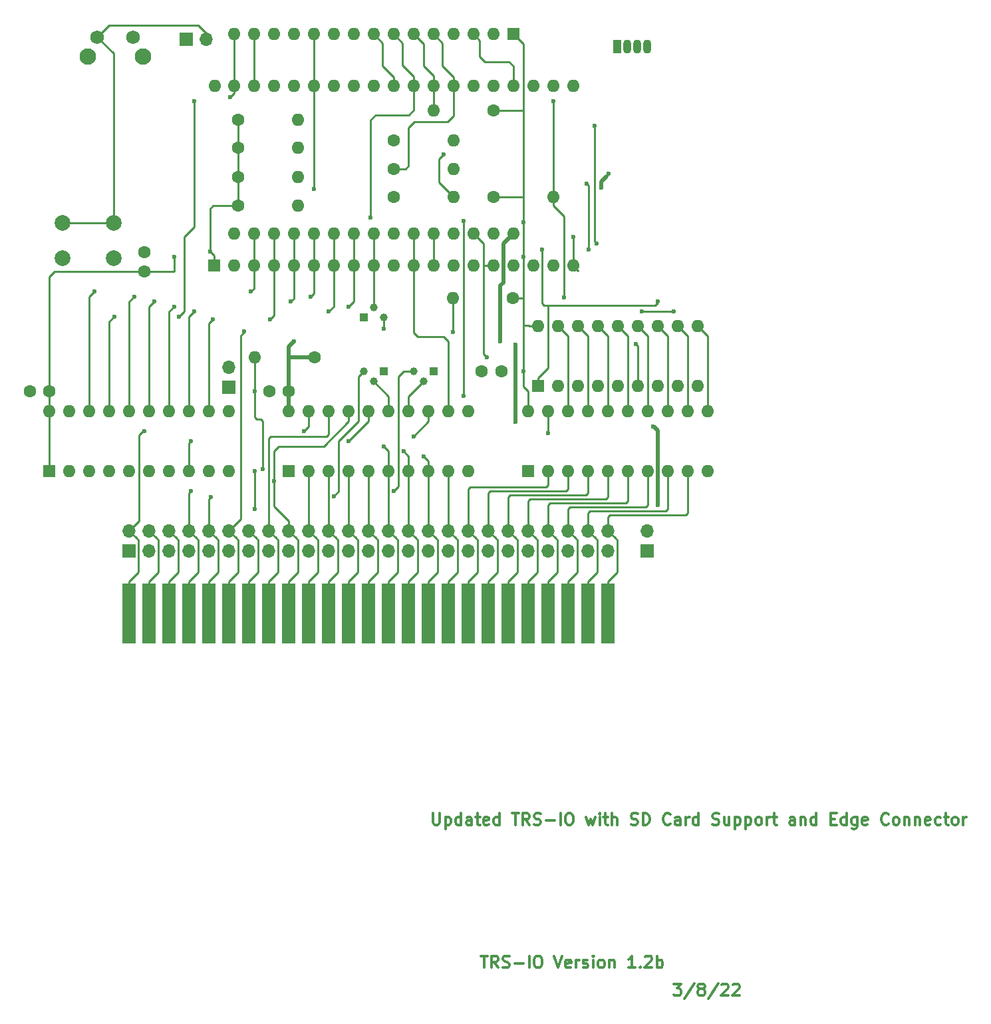
<source format=gbr>
G04 #@! TF.GenerationSoftware,KiCad,Pcbnew,(6.0.2-0)*
G04 #@! TF.CreationDate,2022-03-07T22:02:56-08:00*
G04 #@! TF.ProjectId,TRSIO,54525349-4f2e-46b6-9963-61645f706362,rev?*
G04 #@! TF.SameCoordinates,Original*
G04 #@! TF.FileFunction,Copper,L1,Top*
G04 #@! TF.FilePolarity,Positive*
%FSLAX46Y46*%
G04 Gerber Fmt 4.6, Leading zero omitted, Abs format (unit mm)*
G04 Created by KiCad (PCBNEW (6.0.2-0)) date 2022-03-07 22:02:56*
%MOMM*%
%LPD*%
G01*
G04 APERTURE LIST*
%ADD10C,0.300000*%
G04 #@! TA.AperFunction,NonConductor*
%ADD11C,0.300000*%
G04 #@! TD*
G04 #@! TA.AperFunction,ComponentPad*
%ADD12C,1.600000*%
G04 #@! TD*
G04 #@! TA.AperFunction,ComponentPad*
%ADD13R,1.070000X1.800000*%
G04 #@! TD*
G04 #@! TA.AperFunction,ComponentPad*
%ADD14O,1.070000X1.800000*%
G04 #@! TD*
G04 #@! TA.AperFunction,ComponentPad*
%ADD15R,1.000000X1.000000*%
G04 #@! TD*
G04 #@! TA.AperFunction,ComponentPad*
%ADD16C,1.000000*%
G04 #@! TD*
G04 #@! TA.AperFunction,ComponentPad*
%ADD17O,1.600000X1.600000*%
G04 #@! TD*
G04 #@! TA.AperFunction,ComponentPad*
%ADD18C,2.000000*%
G04 #@! TD*
G04 #@! TA.AperFunction,ComponentPad*
%ADD19R,1.600000X1.600000*%
G04 #@! TD*
G04 #@! TA.AperFunction,ComponentPad*
%ADD20O,1.700000X1.700000*%
G04 #@! TD*
G04 #@! TA.AperFunction,ComponentPad*
%ADD21R,1.700000X1.700000*%
G04 #@! TD*
G04 #@! TA.AperFunction,ComponentPad*
%ADD22C,2.100000*%
G04 #@! TD*
G04 #@! TA.AperFunction,ComponentPad*
%ADD23C,1.750000*%
G04 #@! TD*
G04 #@! TA.AperFunction,ConnectorPad*
%ADD24R,1.778000X7.620000*%
G04 #@! TD*
G04 #@! TA.AperFunction,ViaPad*
%ADD25C,0.600000*%
G04 #@! TD*
G04 #@! TA.AperFunction,Conductor*
%ADD26C,0.250000*%
G04 #@! TD*
G04 #@! TA.AperFunction,Conductor*
%ADD27C,0.500000*%
G04 #@! TD*
G04 APERTURE END LIST*
D10*
D11*
X179622142Y-170501571D02*
X179622142Y-171715857D01*
X179693571Y-171858714D01*
X179765000Y-171930142D01*
X179907857Y-172001571D01*
X180193571Y-172001571D01*
X180336428Y-171930142D01*
X180407857Y-171858714D01*
X180479285Y-171715857D01*
X180479285Y-170501571D01*
X181193571Y-171001571D02*
X181193571Y-172501571D01*
X181193571Y-171073000D02*
X181336428Y-171001571D01*
X181622142Y-171001571D01*
X181765000Y-171073000D01*
X181836428Y-171144428D01*
X181907857Y-171287285D01*
X181907857Y-171715857D01*
X181836428Y-171858714D01*
X181765000Y-171930142D01*
X181622142Y-172001571D01*
X181336428Y-172001571D01*
X181193571Y-171930142D01*
X183193571Y-172001571D02*
X183193571Y-170501571D01*
X183193571Y-171930142D02*
X183050714Y-172001571D01*
X182765000Y-172001571D01*
X182622142Y-171930142D01*
X182550714Y-171858714D01*
X182479285Y-171715857D01*
X182479285Y-171287285D01*
X182550714Y-171144428D01*
X182622142Y-171073000D01*
X182765000Y-171001571D01*
X183050714Y-171001571D01*
X183193571Y-171073000D01*
X184550714Y-172001571D02*
X184550714Y-171215857D01*
X184479285Y-171073000D01*
X184336428Y-171001571D01*
X184050714Y-171001571D01*
X183907857Y-171073000D01*
X184550714Y-171930142D02*
X184407857Y-172001571D01*
X184050714Y-172001571D01*
X183907857Y-171930142D01*
X183836428Y-171787285D01*
X183836428Y-171644428D01*
X183907857Y-171501571D01*
X184050714Y-171430142D01*
X184407857Y-171430142D01*
X184550714Y-171358714D01*
X185050714Y-171001571D02*
X185622142Y-171001571D01*
X185265000Y-170501571D02*
X185265000Y-171787285D01*
X185336428Y-171930142D01*
X185479285Y-172001571D01*
X185622142Y-172001571D01*
X186693571Y-171930142D02*
X186550714Y-172001571D01*
X186265000Y-172001571D01*
X186122142Y-171930142D01*
X186050714Y-171787285D01*
X186050714Y-171215857D01*
X186122142Y-171073000D01*
X186265000Y-171001571D01*
X186550714Y-171001571D01*
X186693571Y-171073000D01*
X186765000Y-171215857D01*
X186765000Y-171358714D01*
X186050714Y-171501571D01*
X188050714Y-172001571D02*
X188050714Y-170501571D01*
X188050714Y-171930142D02*
X187907857Y-172001571D01*
X187622142Y-172001571D01*
X187479285Y-171930142D01*
X187407857Y-171858714D01*
X187336428Y-171715857D01*
X187336428Y-171287285D01*
X187407857Y-171144428D01*
X187479285Y-171073000D01*
X187622142Y-171001571D01*
X187907857Y-171001571D01*
X188050714Y-171073000D01*
X189693571Y-170501571D02*
X190550714Y-170501571D01*
X190122142Y-172001571D02*
X190122142Y-170501571D01*
X191907857Y-172001571D02*
X191407857Y-171287285D01*
X191050714Y-172001571D02*
X191050714Y-170501571D01*
X191622142Y-170501571D01*
X191765000Y-170573000D01*
X191836428Y-170644428D01*
X191907857Y-170787285D01*
X191907857Y-171001571D01*
X191836428Y-171144428D01*
X191765000Y-171215857D01*
X191622142Y-171287285D01*
X191050714Y-171287285D01*
X192479285Y-171930142D02*
X192693571Y-172001571D01*
X193050714Y-172001571D01*
X193193571Y-171930142D01*
X193265000Y-171858714D01*
X193336428Y-171715857D01*
X193336428Y-171573000D01*
X193265000Y-171430142D01*
X193193571Y-171358714D01*
X193050714Y-171287285D01*
X192765000Y-171215857D01*
X192622142Y-171144428D01*
X192550714Y-171073000D01*
X192479285Y-170930142D01*
X192479285Y-170787285D01*
X192550714Y-170644428D01*
X192622142Y-170573000D01*
X192765000Y-170501571D01*
X193122142Y-170501571D01*
X193336428Y-170573000D01*
X193979285Y-171430142D02*
X195122142Y-171430142D01*
X195836428Y-172001571D02*
X195836428Y-170501571D01*
X196836428Y-170501571D02*
X197122142Y-170501571D01*
X197265000Y-170573000D01*
X197407857Y-170715857D01*
X197479285Y-171001571D01*
X197479285Y-171501571D01*
X197407857Y-171787285D01*
X197265000Y-171930142D01*
X197122142Y-172001571D01*
X196836428Y-172001571D01*
X196693571Y-171930142D01*
X196550714Y-171787285D01*
X196479285Y-171501571D01*
X196479285Y-171001571D01*
X196550714Y-170715857D01*
X196693571Y-170573000D01*
X196836428Y-170501571D01*
X199122142Y-171001571D02*
X199407857Y-172001571D01*
X199693571Y-171287285D01*
X199979285Y-172001571D01*
X200265000Y-171001571D01*
X200836428Y-172001571D02*
X200836428Y-171001571D01*
X200836428Y-170501571D02*
X200765000Y-170573000D01*
X200836428Y-170644428D01*
X200907857Y-170573000D01*
X200836428Y-170501571D01*
X200836428Y-170644428D01*
X201336428Y-171001571D02*
X201907857Y-171001571D01*
X201550714Y-170501571D02*
X201550714Y-171787285D01*
X201622142Y-171930142D01*
X201765000Y-172001571D01*
X201907857Y-172001571D01*
X202407857Y-172001571D02*
X202407857Y-170501571D01*
X203050714Y-172001571D02*
X203050714Y-171215857D01*
X202979285Y-171073000D01*
X202836428Y-171001571D01*
X202622142Y-171001571D01*
X202479285Y-171073000D01*
X202407857Y-171144428D01*
X204836428Y-171930142D02*
X205050714Y-172001571D01*
X205407857Y-172001571D01*
X205550714Y-171930142D01*
X205622142Y-171858714D01*
X205693571Y-171715857D01*
X205693571Y-171573000D01*
X205622142Y-171430142D01*
X205550714Y-171358714D01*
X205407857Y-171287285D01*
X205122142Y-171215857D01*
X204979285Y-171144428D01*
X204907857Y-171073000D01*
X204836428Y-170930142D01*
X204836428Y-170787285D01*
X204907857Y-170644428D01*
X204979285Y-170573000D01*
X205122142Y-170501571D01*
X205479285Y-170501571D01*
X205693571Y-170573000D01*
X206336428Y-172001571D02*
X206336428Y-170501571D01*
X206693571Y-170501571D01*
X206907857Y-170573000D01*
X207050714Y-170715857D01*
X207122142Y-170858714D01*
X207193571Y-171144428D01*
X207193571Y-171358714D01*
X207122142Y-171644428D01*
X207050714Y-171787285D01*
X206907857Y-171930142D01*
X206693571Y-172001571D01*
X206336428Y-172001571D01*
X209836428Y-171858714D02*
X209765000Y-171930142D01*
X209550714Y-172001571D01*
X209407857Y-172001571D01*
X209193571Y-171930142D01*
X209050714Y-171787285D01*
X208979285Y-171644428D01*
X208907857Y-171358714D01*
X208907857Y-171144428D01*
X208979285Y-170858714D01*
X209050714Y-170715857D01*
X209193571Y-170573000D01*
X209407857Y-170501571D01*
X209550714Y-170501571D01*
X209765000Y-170573000D01*
X209836428Y-170644428D01*
X211122142Y-172001571D02*
X211122142Y-171215857D01*
X211050714Y-171073000D01*
X210907857Y-171001571D01*
X210622142Y-171001571D01*
X210479285Y-171073000D01*
X211122142Y-171930142D02*
X210979285Y-172001571D01*
X210622142Y-172001571D01*
X210479285Y-171930142D01*
X210407857Y-171787285D01*
X210407857Y-171644428D01*
X210479285Y-171501571D01*
X210622142Y-171430142D01*
X210979285Y-171430142D01*
X211122142Y-171358714D01*
X211836428Y-172001571D02*
X211836428Y-171001571D01*
X211836428Y-171287285D02*
X211907857Y-171144428D01*
X211979285Y-171073000D01*
X212122142Y-171001571D01*
X212265000Y-171001571D01*
X213407857Y-172001571D02*
X213407857Y-170501571D01*
X213407857Y-171930142D02*
X213265000Y-172001571D01*
X212979285Y-172001571D01*
X212836428Y-171930142D01*
X212765000Y-171858714D01*
X212693571Y-171715857D01*
X212693571Y-171287285D01*
X212765000Y-171144428D01*
X212836428Y-171073000D01*
X212979285Y-171001571D01*
X213265000Y-171001571D01*
X213407857Y-171073000D01*
X215193571Y-171930142D02*
X215407857Y-172001571D01*
X215765000Y-172001571D01*
X215907857Y-171930142D01*
X215979285Y-171858714D01*
X216050714Y-171715857D01*
X216050714Y-171573000D01*
X215979285Y-171430142D01*
X215907857Y-171358714D01*
X215765000Y-171287285D01*
X215479285Y-171215857D01*
X215336428Y-171144428D01*
X215265000Y-171073000D01*
X215193571Y-170930142D01*
X215193571Y-170787285D01*
X215265000Y-170644428D01*
X215336428Y-170573000D01*
X215479285Y-170501571D01*
X215836428Y-170501571D01*
X216050714Y-170573000D01*
X217336428Y-171001571D02*
X217336428Y-172001571D01*
X216693571Y-171001571D02*
X216693571Y-171787285D01*
X216765000Y-171930142D01*
X216907857Y-172001571D01*
X217122142Y-172001571D01*
X217265000Y-171930142D01*
X217336428Y-171858714D01*
X218050714Y-171001571D02*
X218050714Y-172501571D01*
X218050714Y-171073000D02*
X218193571Y-171001571D01*
X218479285Y-171001571D01*
X218622142Y-171073000D01*
X218693571Y-171144428D01*
X218765000Y-171287285D01*
X218765000Y-171715857D01*
X218693571Y-171858714D01*
X218622142Y-171930142D01*
X218479285Y-172001571D01*
X218193571Y-172001571D01*
X218050714Y-171930142D01*
X219407857Y-171001571D02*
X219407857Y-172501571D01*
X219407857Y-171073000D02*
X219550714Y-171001571D01*
X219836428Y-171001571D01*
X219979285Y-171073000D01*
X220050714Y-171144428D01*
X220122142Y-171287285D01*
X220122142Y-171715857D01*
X220050714Y-171858714D01*
X219979285Y-171930142D01*
X219836428Y-172001571D01*
X219550714Y-172001571D01*
X219407857Y-171930142D01*
X220979285Y-172001571D02*
X220836428Y-171930142D01*
X220765000Y-171858714D01*
X220693571Y-171715857D01*
X220693571Y-171287285D01*
X220765000Y-171144428D01*
X220836428Y-171073000D01*
X220979285Y-171001571D01*
X221193571Y-171001571D01*
X221336428Y-171073000D01*
X221407857Y-171144428D01*
X221479285Y-171287285D01*
X221479285Y-171715857D01*
X221407857Y-171858714D01*
X221336428Y-171930142D01*
X221193571Y-172001571D01*
X220979285Y-172001571D01*
X222122142Y-172001571D02*
X222122142Y-171001571D01*
X222122142Y-171287285D02*
X222193571Y-171144428D01*
X222265000Y-171073000D01*
X222407857Y-171001571D01*
X222550714Y-171001571D01*
X222836428Y-171001571D02*
X223407857Y-171001571D01*
X223050714Y-170501571D02*
X223050714Y-171787285D01*
X223122142Y-171930142D01*
X223265000Y-172001571D01*
X223407857Y-172001571D01*
X225693571Y-172001571D02*
X225693571Y-171215857D01*
X225622142Y-171073000D01*
X225479285Y-171001571D01*
X225193571Y-171001571D01*
X225050714Y-171073000D01*
X225693571Y-171930142D02*
X225550714Y-172001571D01*
X225193571Y-172001571D01*
X225050714Y-171930142D01*
X224979285Y-171787285D01*
X224979285Y-171644428D01*
X225050714Y-171501571D01*
X225193571Y-171430142D01*
X225550714Y-171430142D01*
X225693571Y-171358714D01*
X226407857Y-171001571D02*
X226407857Y-172001571D01*
X226407857Y-171144428D02*
X226479285Y-171073000D01*
X226622142Y-171001571D01*
X226836428Y-171001571D01*
X226979285Y-171073000D01*
X227050714Y-171215857D01*
X227050714Y-172001571D01*
X228407857Y-172001571D02*
X228407857Y-170501571D01*
X228407857Y-171930142D02*
X228265000Y-172001571D01*
X227979285Y-172001571D01*
X227836428Y-171930142D01*
X227765000Y-171858714D01*
X227693571Y-171715857D01*
X227693571Y-171287285D01*
X227765000Y-171144428D01*
X227836428Y-171073000D01*
X227979285Y-171001571D01*
X228265000Y-171001571D01*
X228407857Y-171073000D01*
X230265000Y-171215857D02*
X230765000Y-171215857D01*
X230979285Y-172001571D02*
X230265000Y-172001571D01*
X230265000Y-170501571D01*
X230979285Y-170501571D01*
X232265000Y-172001571D02*
X232265000Y-170501571D01*
X232265000Y-171930142D02*
X232122142Y-172001571D01*
X231836428Y-172001571D01*
X231693571Y-171930142D01*
X231622142Y-171858714D01*
X231550714Y-171715857D01*
X231550714Y-171287285D01*
X231622142Y-171144428D01*
X231693571Y-171073000D01*
X231836428Y-171001571D01*
X232122142Y-171001571D01*
X232265000Y-171073000D01*
X233622142Y-171001571D02*
X233622142Y-172215857D01*
X233550714Y-172358714D01*
X233479285Y-172430142D01*
X233336428Y-172501571D01*
X233122142Y-172501571D01*
X232979285Y-172430142D01*
X233622142Y-171930142D02*
X233479285Y-172001571D01*
X233193571Y-172001571D01*
X233050714Y-171930142D01*
X232979285Y-171858714D01*
X232907857Y-171715857D01*
X232907857Y-171287285D01*
X232979285Y-171144428D01*
X233050714Y-171073000D01*
X233193571Y-171001571D01*
X233479285Y-171001571D01*
X233622142Y-171073000D01*
X234907857Y-171930142D02*
X234765000Y-172001571D01*
X234479285Y-172001571D01*
X234336428Y-171930142D01*
X234265000Y-171787285D01*
X234265000Y-171215857D01*
X234336428Y-171073000D01*
X234479285Y-171001571D01*
X234765000Y-171001571D01*
X234907857Y-171073000D01*
X234979285Y-171215857D01*
X234979285Y-171358714D01*
X234265000Y-171501571D01*
X237622142Y-171858714D02*
X237550714Y-171930142D01*
X237336428Y-172001571D01*
X237193571Y-172001571D01*
X236979285Y-171930142D01*
X236836428Y-171787285D01*
X236765000Y-171644428D01*
X236693571Y-171358714D01*
X236693571Y-171144428D01*
X236765000Y-170858714D01*
X236836428Y-170715857D01*
X236979285Y-170573000D01*
X237193571Y-170501571D01*
X237336428Y-170501571D01*
X237550714Y-170573000D01*
X237622142Y-170644428D01*
X238479285Y-172001571D02*
X238336428Y-171930142D01*
X238265000Y-171858714D01*
X238193571Y-171715857D01*
X238193571Y-171287285D01*
X238265000Y-171144428D01*
X238336428Y-171073000D01*
X238479285Y-171001571D01*
X238693571Y-171001571D01*
X238836428Y-171073000D01*
X238907857Y-171144428D01*
X238979285Y-171287285D01*
X238979285Y-171715857D01*
X238907857Y-171858714D01*
X238836428Y-171930142D01*
X238693571Y-172001571D01*
X238479285Y-172001571D01*
X239622142Y-171001571D02*
X239622142Y-172001571D01*
X239622142Y-171144428D02*
X239693571Y-171073000D01*
X239836428Y-171001571D01*
X240050714Y-171001571D01*
X240193571Y-171073000D01*
X240265000Y-171215857D01*
X240265000Y-172001571D01*
X240979285Y-171001571D02*
X240979285Y-172001571D01*
X240979285Y-171144428D02*
X241050714Y-171073000D01*
X241193571Y-171001571D01*
X241407857Y-171001571D01*
X241550714Y-171073000D01*
X241622142Y-171215857D01*
X241622142Y-172001571D01*
X242907857Y-171930142D02*
X242765000Y-172001571D01*
X242479285Y-172001571D01*
X242336428Y-171930142D01*
X242265000Y-171787285D01*
X242265000Y-171215857D01*
X242336428Y-171073000D01*
X242479285Y-171001571D01*
X242765000Y-171001571D01*
X242907857Y-171073000D01*
X242979285Y-171215857D01*
X242979285Y-171358714D01*
X242265000Y-171501571D01*
X244265000Y-171930142D02*
X244122142Y-172001571D01*
X243836428Y-172001571D01*
X243693571Y-171930142D01*
X243622142Y-171858714D01*
X243550714Y-171715857D01*
X243550714Y-171287285D01*
X243622142Y-171144428D01*
X243693571Y-171073000D01*
X243836428Y-171001571D01*
X244122142Y-171001571D01*
X244265000Y-171073000D01*
X244693571Y-171001571D02*
X245265000Y-171001571D01*
X244907857Y-170501571D02*
X244907857Y-171787285D01*
X244979285Y-171930142D01*
X245122142Y-172001571D01*
X245265000Y-172001571D01*
X245979285Y-172001571D02*
X245836428Y-171930142D01*
X245765000Y-171858714D01*
X245693571Y-171715857D01*
X245693571Y-171287285D01*
X245765000Y-171144428D01*
X245836428Y-171073000D01*
X245979285Y-171001571D01*
X246193571Y-171001571D01*
X246336428Y-171073000D01*
X246407857Y-171144428D01*
X246479285Y-171287285D01*
X246479285Y-171715857D01*
X246407857Y-171858714D01*
X246336428Y-171930142D01*
X246193571Y-172001571D01*
X245979285Y-172001571D01*
X247122142Y-172001571D02*
X247122142Y-171001571D01*
X247122142Y-171287285D02*
X247193571Y-171144428D01*
X247265000Y-171073000D01*
X247407857Y-171001571D01*
X247550714Y-171001571D01*
D10*
D11*
X210288714Y-192218571D02*
X211217285Y-192218571D01*
X210717285Y-192790000D01*
X210931571Y-192790000D01*
X211074428Y-192861428D01*
X211145857Y-192932857D01*
X211217285Y-193075714D01*
X211217285Y-193432857D01*
X211145857Y-193575714D01*
X211074428Y-193647142D01*
X210931571Y-193718571D01*
X210503000Y-193718571D01*
X210360142Y-193647142D01*
X210288714Y-193575714D01*
X212931571Y-192147142D02*
X211645857Y-194075714D01*
X213645857Y-192861428D02*
X213503000Y-192790000D01*
X213431571Y-192718571D01*
X213360142Y-192575714D01*
X213360142Y-192504285D01*
X213431571Y-192361428D01*
X213503000Y-192290000D01*
X213645857Y-192218571D01*
X213931571Y-192218571D01*
X214074428Y-192290000D01*
X214145857Y-192361428D01*
X214217285Y-192504285D01*
X214217285Y-192575714D01*
X214145857Y-192718571D01*
X214074428Y-192790000D01*
X213931571Y-192861428D01*
X213645857Y-192861428D01*
X213503000Y-192932857D01*
X213431571Y-193004285D01*
X213360142Y-193147142D01*
X213360142Y-193432857D01*
X213431571Y-193575714D01*
X213503000Y-193647142D01*
X213645857Y-193718571D01*
X213931571Y-193718571D01*
X214074428Y-193647142D01*
X214145857Y-193575714D01*
X214217285Y-193432857D01*
X214217285Y-193147142D01*
X214145857Y-193004285D01*
X214074428Y-192932857D01*
X213931571Y-192861428D01*
X215931571Y-192147142D02*
X214645857Y-194075714D01*
X216360142Y-192361428D02*
X216431571Y-192290000D01*
X216574428Y-192218571D01*
X216931571Y-192218571D01*
X217074428Y-192290000D01*
X217145857Y-192361428D01*
X217217285Y-192504285D01*
X217217285Y-192647142D01*
X217145857Y-192861428D01*
X216288714Y-193718571D01*
X217217285Y-193718571D01*
X217788714Y-192361428D02*
X217860142Y-192290000D01*
X218003000Y-192218571D01*
X218360142Y-192218571D01*
X218503000Y-192290000D01*
X218574428Y-192361428D01*
X218645857Y-192504285D01*
X218645857Y-192647142D01*
X218574428Y-192861428D01*
X217717285Y-193718571D01*
X218645857Y-193718571D01*
D10*
D11*
X185715142Y-188662571D02*
X186572285Y-188662571D01*
X186143714Y-190162571D02*
X186143714Y-188662571D01*
X187929428Y-190162571D02*
X187429428Y-189448285D01*
X187072285Y-190162571D02*
X187072285Y-188662571D01*
X187643714Y-188662571D01*
X187786571Y-188734000D01*
X187858000Y-188805428D01*
X187929428Y-188948285D01*
X187929428Y-189162571D01*
X187858000Y-189305428D01*
X187786571Y-189376857D01*
X187643714Y-189448285D01*
X187072285Y-189448285D01*
X188500857Y-190091142D02*
X188715142Y-190162571D01*
X189072285Y-190162571D01*
X189215142Y-190091142D01*
X189286571Y-190019714D01*
X189358000Y-189876857D01*
X189358000Y-189734000D01*
X189286571Y-189591142D01*
X189215142Y-189519714D01*
X189072285Y-189448285D01*
X188786571Y-189376857D01*
X188643714Y-189305428D01*
X188572285Y-189234000D01*
X188500857Y-189091142D01*
X188500857Y-188948285D01*
X188572285Y-188805428D01*
X188643714Y-188734000D01*
X188786571Y-188662571D01*
X189143714Y-188662571D01*
X189358000Y-188734000D01*
X190000857Y-189591142D02*
X191143714Y-189591142D01*
X191858000Y-190162571D02*
X191858000Y-188662571D01*
X192858000Y-188662571D02*
X193143714Y-188662571D01*
X193286571Y-188734000D01*
X193429428Y-188876857D01*
X193500857Y-189162571D01*
X193500857Y-189662571D01*
X193429428Y-189948285D01*
X193286571Y-190091142D01*
X193143714Y-190162571D01*
X192858000Y-190162571D01*
X192715142Y-190091142D01*
X192572285Y-189948285D01*
X192500857Y-189662571D01*
X192500857Y-189162571D01*
X192572285Y-188876857D01*
X192715142Y-188734000D01*
X192858000Y-188662571D01*
X195072285Y-188662571D02*
X195572285Y-190162571D01*
X196072285Y-188662571D01*
X197143714Y-190091142D02*
X197000857Y-190162571D01*
X196715142Y-190162571D01*
X196572285Y-190091142D01*
X196500857Y-189948285D01*
X196500857Y-189376857D01*
X196572285Y-189234000D01*
X196715142Y-189162571D01*
X197000857Y-189162571D01*
X197143714Y-189234000D01*
X197215142Y-189376857D01*
X197215142Y-189519714D01*
X196500857Y-189662571D01*
X197858000Y-190162571D02*
X197858000Y-189162571D01*
X197858000Y-189448285D02*
X197929428Y-189305428D01*
X198000857Y-189234000D01*
X198143714Y-189162571D01*
X198286571Y-189162571D01*
X198715142Y-190091142D02*
X198858000Y-190162571D01*
X199143714Y-190162571D01*
X199286571Y-190091142D01*
X199358000Y-189948285D01*
X199358000Y-189876857D01*
X199286571Y-189734000D01*
X199143714Y-189662571D01*
X198929428Y-189662571D01*
X198786571Y-189591142D01*
X198715142Y-189448285D01*
X198715142Y-189376857D01*
X198786571Y-189234000D01*
X198929428Y-189162571D01*
X199143714Y-189162571D01*
X199286571Y-189234000D01*
X200000857Y-190162571D02*
X200000857Y-189162571D01*
X200000857Y-188662571D02*
X199929428Y-188734000D01*
X200000857Y-188805428D01*
X200072285Y-188734000D01*
X200000857Y-188662571D01*
X200000857Y-188805428D01*
X200929428Y-190162571D02*
X200786571Y-190091142D01*
X200715142Y-190019714D01*
X200643714Y-189876857D01*
X200643714Y-189448285D01*
X200715142Y-189305428D01*
X200786571Y-189234000D01*
X200929428Y-189162571D01*
X201143714Y-189162571D01*
X201286571Y-189234000D01*
X201358000Y-189305428D01*
X201429428Y-189448285D01*
X201429428Y-189876857D01*
X201358000Y-190019714D01*
X201286571Y-190091142D01*
X201143714Y-190162571D01*
X200929428Y-190162571D01*
X202072285Y-189162571D02*
X202072285Y-190162571D01*
X202072285Y-189305428D02*
X202143714Y-189234000D01*
X202286571Y-189162571D01*
X202500857Y-189162571D01*
X202643714Y-189234000D01*
X202715142Y-189376857D01*
X202715142Y-190162571D01*
X205358000Y-190162571D02*
X204500857Y-190162571D01*
X204929428Y-190162571D02*
X204929428Y-188662571D01*
X204786571Y-188876857D01*
X204643714Y-189019714D01*
X204500857Y-189091142D01*
X206000857Y-190019714D02*
X206072285Y-190091142D01*
X206000857Y-190162571D01*
X205929428Y-190091142D01*
X206000857Y-190019714D01*
X206000857Y-190162571D01*
X206643714Y-188805428D02*
X206715142Y-188734000D01*
X206858000Y-188662571D01*
X207215142Y-188662571D01*
X207358000Y-188734000D01*
X207429428Y-188805428D01*
X207500857Y-188948285D01*
X207500857Y-189091142D01*
X207429428Y-189305428D01*
X206572285Y-190162571D01*
X207500857Y-190162571D01*
X208143714Y-190162571D02*
X208143714Y-188662571D01*
X208143714Y-189234000D02*
X208286571Y-189162571D01*
X208572285Y-189162571D01*
X208715142Y-189234000D01*
X208786571Y-189305428D01*
X208858000Y-189448285D01*
X208858000Y-189876857D01*
X208786571Y-190019714D01*
X208715142Y-190091142D01*
X208572285Y-190162571D01*
X208286571Y-190162571D01*
X208143714Y-190091142D01*
D12*
X130810000Y-116840000D03*
X128310000Y-116840000D03*
X161290000Y-116840000D03*
X158790000Y-116840000D03*
X188341000Y-114300000D03*
X185841000Y-114300000D03*
X142875000Y-101600000D03*
X142875000Y-99100000D03*
D13*
X203050000Y-72950000D03*
D14*
X204320000Y-72950000D03*
X205590000Y-72950000D03*
X206860000Y-72950000D03*
D15*
X170815000Y-107442000D03*
D16*
X172085000Y-106172000D03*
X173355000Y-107442000D03*
D15*
X173355000Y-114300000D03*
D16*
X172085000Y-115570000D03*
X170815000Y-114300000D03*
D15*
X179705000Y-114300000D03*
D16*
X178435000Y-115570000D03*
X177165000Y-114300000D03*
D12*
X174625000Y-88519000D03*
D17*
X182245000Y-88519000D03*
D18*
X138961000Y-95377000D03*
X132461000Y-95377000D03*
X138961000Y-99877000D03*
X132461000Y-99877000D03*
D19*
X191770000Y-127000000D03*
D17*
X194310000Y-127000000D03*
X196850000Y-127000000D03*
X199390000Y-127000000D03*
X201930000Y-127000000D03*
X204470000Y-127000000D03*
X207010000Y-127000000D03*
X209550000Y-127000000D03*
X212090000Y-127000000D03*
X214630000Y-127000000D03*
X214630000Y-119380000D03*
X212090000Y-119380000D03*
X209550000Y-119380000D03*
X207010000Y-119380000D03*
X204470000Y-119380000D03*
X201930000Y-119380000D03*
X199390000Y-119380000D03*
X196850000Y-119380000D03*
X194310000Y-119380000D03*
X191770000Y-119380000D03*
D19*
X161290000Y-127000000D03*
D17*
X163830000Y-127000000D03*
X166370000Y-127000000D03*
X168910000Y-127000000D03*
X171450000Y-127000000D03*
X173990000Y-127000000D03*
X176530000Y-127000000D03*
X179070000Y-127000000D03*
X181610000Y-127000000D03*
X184150000Y-127000000D03*
X184150000Y-119380000D03*
X181610000Y-119380000D03*
X179070000Y-119380000D03*
X176530000Y-119380000D03*
X173990000Y-119380000D03*
X171450000Y-119380000D03*
X168910000Y-119380000D03*
X166370000Y-119380000D03*
X163830000Y-119380000D03*
X161290000Y-119380000D03*
D19*
X130810000Y-127000000D03*
D17*
X133350000Y-127000000D03*
X135890000Y-127000000D03*
X138430000Y-127000000D03*
X140970000Y-127000000D03*
X143510000Y-127000000D03*
X146050000Y-127000000D03*
X148590000Y-127000000D03*
X151130000Y-127000000D03*
X153670000Y-127000000D03*
X153670000Y-119380000D03*
X151130000Y-119380000D03*
X148590000Y-119380000D03*
X146050000Y-119380000D03*
X143510000Y-119380000D03*
X140970000Y-119380000D03*
X138430000Y-119380000D03*
X135890000Y-119380000D03*
X133350000Y-119380000D03*
X130810000Y-119380000D03*
D20*
X201930000Y-134620000D03*
X201930000Y-137160000D03*
X199390000Y-134620000D03*
X199390000Y-137160000D03*
X196850000Y-134620000D03*
X196850000Y-137160000D03*
X194310000Y-134620000D03*
X194310000Y-137160000D03*
X191770000Y-134620000D03*
X191770000Y-137160000D03*
X189230000Y-134620000D03*
X189230000Y-137160000D03*
X186690000Y-134620000D03*
X186690000Y-137160000D03*
X184150000Y-134620000D03*
X184150000Y-137160000D03*
X181610000Y-134620000D03*
X181610000Y-137160000D03*
X179070000Y-134620000D03*
X179070000Y-137160000D03*
X176530000Y-134620000D03*
X176530000Y-137160000D03*
X173990000Y-134620000D03*
X173990000Y-137160000D03*
X171450000Y-134620000D03*
X171450000Y-137160000D03*
X168910000Y-134620000D03*
X168910000Y-137160000D03*
X166370000Y-134620000D03*
X166370000Y-137160000D03*
X163830000Y-134620000D03*
X163830000Y-137160000D03*
X161290000Y-134620000D03*
X161290000Y-137160000D03*
X158750000Y-134620000D03*
X158750000Y-137160000D03*
X156210000Y-134620000D03*
X156210000Y-137160000D03*
X153670000Y-134620000D03*
X153670000Y-137160000D03*
X151130000Y-134620000D03*
X151130000Y-137160000D03*
X148590000Y-134620000D03*
X148590000Y-137160000D03*
X146050000Y-134620000D03*
X146050000Y-137160000D03*
X143510000Y-134620000D03*
X143510000Y-137160000D03*
X140970000Y-134620000D03*
D21*
X140970000Y-137160000D03*
D19*
X189865000Y-71374000D03*
D17*
X187325000Y-71374000D03*
X184785000Y-71374000D03*
X182245000Y-71374000D03*
X179705000Y-71374000D03*
X177165000Y-71374000D03*
X174625000Y-71374000D03*
X172085000Y-71374000D03*
X169545000Y-71374000D03*
X167005000Y-71374000D03*
X164465000Y-71374000D03*
X161925000Y-71374000D03*
X159385000Y-71374000D03*
X156845000Y-71374000D03*
X154305000Y-71374000D03*
X154305000Y-96774000D03*
X156845000Y-96774000D03*
X159385000Y-96774000D03*
X161925000Y-96774000D03*
X164465000Y-96774000D03*
X167005000Y-96774000D03*
X169545000Y-96774000D03*
X172085000Y-96774000D03*
X174625000Y-96774000D03*
X177165000Y-96774000D03*
X179705000Y-96774000D03*
X182245000Y-96774000D03*
X184785000Y-96774000D03*
X187325000Y-96774000D03*
X189865000Y-96774000D03*
D19*
X151765000Y-100838000D03*
D17*
X154305000Y-100838000D03*
X156845000Y-100838000D03*
X159385000Y-100838000D03*
X161925000Y-100838000D03*
X164465000Y-100838000D03*
X167005000Y-100838000D03*
X169545000Y-100838000D03*
X172085000Y-100838000D03*
X174625000Y-100838000D03*
X177165000Y-100838000D03*
X179705000Y-100838000D03*
X182245000Y-100838000D03*
X184785000Y-100838000D03*
X187325000Y-100838000D03*
X189865000Y-100838000D03*
X192405000Y-100838000D03*
X194945000Y-100838000D03*
X197485000Y-100838000D03*
X197485000Y-77978000D03*
X194945000Y-77978000D03*
X192405000Y-77978000D03*
X189865000Y-77978000D03*
X187325000Y-77978000D03*
X184785000Y-77978000D03*
X182245000Y-77978000D03*
X179705000Y-77978000D03*
X177165000Y-77978000D03*
X174625000Y-77978000D03*
X172085000Y-77978000D03*
X169545000Y-77978000D03*
X167005000Y-77978000D03*
X164465000Y-77978000D03*
X161925000Y-77978000D03*
X159385000Y-77978000D03*
X156845000Y-77978000D03*
X154305000Y-77978000D03*
X151828500Y-77978000D03*
D21*
X206883000Y-137160000D03*
D20*
X206883000Y-134620000D03*
D21*
X148209000Y-72009000D03*
D20*
X150749000Y-72009000D03*
D22*
X135656000Y-74245000D03*
X142666000Y-74245000D03*
D23*
X136906000Y-71755000D03*
X141406000Y-71755000D03*
D21*
X153670000Y-116332000D03*
D20*
X153670000Y-113792000D03*
D12*
X164592000Y-112522000D03*
D17*
X156972000Y-112522000D03*
D24*
X201866500Y-145097500D03*
X199326500Y-145097500D03*
X196786500Y-145097500D03*
X194246500Y-145097500D03*
X191706500Y-145097500D03*
X189166500Y-145097500D03*
X186626500Y-145097500D03*
X184086500Y-145097500D03*
X181546500Y-145097500D03*
X179006500Y-145097500D03*
X176466500Y-145097500D03*
X173926500Y-145097500D03*
X171386500Y-145097500D03*
X168846500Y-145097500D03*
X166306500Y-145097500D03*
X163766500Y-145097500D03*
X161226500Y-145097500D03*
X158686500Y-145097500D03*
X156146500Y-145097500D03*
X153606500Y-145097500D03*
X151066500Y-145097500D03*
X148526500Y-145097500D03*
X145986500Y-145097500D03*
X143446500Y-145097500D03*
X140906500Y-145097500D03*
D12*
X189801500Y-104965500D03*
D17*
X182181500Y-104965500D03*
D12*
X154813000Y-89535000D03*
D17*
X162433000Y-89535000D03*
D12*
X154813000Y-93218000D03*
D17*
X162433000Y-93218000D03*
D12*
X187325000Y-92075000D03*
D17*
X194945000Y-92075000D03*
D12*
X154813000Y-85852000D03*
D17*
X162433000Y-85852000D03*
D12*
X154813000Y-82232500D03*
D17*
X162433000Y-82232500D03*
D19*
X193040000Y-116141500D03*
D17*
X195580000Y-116141500D03*
X198120000Y-116141500D03*
X200660000Y-116141500D03*
X203200000Y-116141500D03*
X205740000Y-116141500D03*
X208280000Y-116141500D03*
X210820000Y-116141500D03*
X213360000Y-116141500D03*
X213360000Y-108521500D03*
X210820000Y-108521500D03*
X208280000Y-108521500D03*
X205740000Y-108521500D03*
X203200000Y-108521500D03*
X200660000Y-108521500D03*
X198120000Y-108521500D03*
X195580000Y-108521500D03*
X193040000Y-108521500D03*
D12*
X187325000Y-81089500D03*
D17*
X179705000Y-81089500D03*
D12*
X174625000Y-92075000D03*
D17*
X182245000Y-92075000D03*
D12*
X174625000Y-84899500D03*
D17*
X182245000Y-84899500D03*
D25*
X146685000Y-99695000D03*
X191135000Y-95313500D03*
X191135000Y-99695000D03*
X191135000Y-114300000D03*
X151257000Y-99060000D03*
X156972000Y-131826000D03*
X201041000Y-90932000D03*
X201993500Y-89154000D03*
X156972000Y-127000000D03*
X178435000Y-125095000D03*
X175895000Y-124460000D03*
X173355000Y-123825000D03*
X157988000Y-126746000D03*
X156972000Y-116840000D03*
X164465000Y-91059000D03*
X161544000Y-105410000D03*
X144145000Y-105410000D03*
X164084000Y-104775000D03*
X141605000Y-104775000D03*
X166370000Y-106680000D03*
X149225000Y-106680000D03*
X168910000Y-106045000D03*
X146685000Y-106045000D03*
X136525000Y-104140000D03*
X156464000Y-104140000D03*
X190119000Y-110871000D03*
X188214000Y-110490000D03*
X208280000Y-131318000D03*
X190119000Y-120713500D03*
X197485000Y-97155000D03*
X161925000Y-110490000D03*
X207645000Y-121285000D03*
X151638000Y-107696000D03*
X158877000Y-107696000D03*
X163195000Y-121920000D03*
X142875000Y-121920000D03*
X174625000Y-129540000D03*
X148844000Y-129540000D03*
X151384000Y-130302000D03*
X167005000Y-130175000D03*
X155575000Y-109220000D03*
X173355000Y-108839000D03*
X159385000Y-128270000D03*
X199199500Y-90360500D03*
X199453500Y-98806000D03*
X200215500Y-82994500D03*
X200469500Y-97980500D03*
X186499500Y-112522000D03*
X208216500Y-105410000D03*
X193548000Y-98806000D03*
X183515000Y-117411500D03*
X183550000Y-95100000D03*
X171692000Y-94742000D03*
X182181500Y-109283500D03*
X205486000Y-110807500D03*
X210248500Y-106680000D03*
X196278500Y-104902000D03*
X194945000Y-79883000D03*
X206184500Y-106680000D03*
X149225000Y-79883000D03*
X147320000Y-107315000D03*
X153797000Y-79375000D03*
X139065000Y-107315000D03*
X194310000Y-122174000D03*
X177165000Y-122555000D03*
X168910000Y-123190000D03*
X148844000Y-123190000D03*
X180975000Y-86677500D03*
D26*
X131445000Y-101600000D02*
X130810000Y-102235000D01*
X130810000Y-102235000D02*
X130810000Y-116840000D01*
X151765000Y-99568000D02*
X151257000Y-99060000D01*
X191135000Y-116205000D02*
X191770000Y-116840000D01*
X191135000Y-72644000D02*
X189865000Y-71374000D01*
X191135000Y-114300000D02*
X191135000Y-116205000D01*
X191135000Y-99695000D02*
X191135000Y-95313500D01*
X187325000Y-92075000D02*
X191135000Y-92075000D01*
X187325000Y-81089500D02*
X188456370Y-81089500D01*
X191135000Y-92075000D02*
X191135000Y-81089500D01*
X151765000Y-100838000D02*
X151765000Y-99568000D01*
X151257000Y-93599000D02*
X151638000Y-93218000D01*
X151638000Y-93218000D02*
X154813000Y-93218000D01*
X146685000Y-101600000D02*
X146685000Y-99695000D01*
X130810000Y-119380000D02*
X130810000Y-127000000D01*
X191135000Y-114300000D02*
X191135000Y-114300000D01*
X188456370Y-81089500D02*
X191135000Y-81089500D01*
X154813000Y-83363870D02*
X154813000Y-85852000D01*
X142875000Y-101600000D02*
X131445000Y-101600000D01*
X154813000Y-82232500D02*
X154813000Y-83363870D01*
X191135000Y-109220000D02*
X191135000Y-114300000D01*
X130810000Y-116840000D02*
X130810000Y-119380000D01*
X191135000Y-81089500D02*
X191135000Y-72644000D01*
X191135000Y-99695000D02*
X191135000Y-104965500D01*
X146685000Y-101600000D02*
X142875000Y-101600000D01*
X154813000Y-89535000D02*
X154813000Y-93218000D01*
X191135000Y-95313500D02*
X191135000Y-92075000D01*
X154813000Y-85852000D02*
X154813000Y-86983370D01*
X189801500Y-104965500D02*
X191135000Y-104965500D01*
X191770000Y-116840000D02*
X191770000Y-119380000D01*
X191135000Y-104965500D02*
X191135000Y-108458000D01*
X193040000Y-108521500D02*
X191908630Y-108521500D01*
X151257000Y-99060000D02*
X151257000Y-93599000D01*
X191908630Y-108521500D02*
X191845130Y-108458000D01*
X154813000Y-86983370D02*
X154813000Y-89535000D01*
X191135000Y-108458000D02*
X191135000Y-109220000D01*
X191845130Y-108458000D02*
X191135000Y-108458000D01*
X156972000Y-127000000D02*
X156972000Y-131826000D01*
X201993500Y-89154000D02*
X201693501Y-89453999D01*
D27*
X201041000Y-90106500D02*
X201041000Y-90932000D01*
X201693501Y-89453999D02*
X201041000Y-90106500D01*
D26*
X182459999Y-135469999D02*
X181610000Y-134620000D01*
X182785001Y-135795001D02*
X182459999Y-135469999D01*
X181546500Y-145097500D02*
X181546500Y-141037500D01*
X182785001Y-139798999D02*
X182785001Y-135795001D01*
X181610000Y-127000000D02*
X181610000Y-134620000D01*
X181546500Y-141037500D02*
X182785001Y-139798999D01*
X179070000Y-125730000D02*
X178435000Y-125095000D01*
X179006500Y-145097500D02*
X179006500Y-141037500D01*
X180245001Y-135795001D02*
X179919999Y-135469999D01*
X179070000Y-127000000D02*
X179070000Y-125730000D01*
X179006500Y-141037500D02*
X180245001Y-139798999D01*
X179070000Y-127000000D02*
X179070000Y-134620000D01*
X179919999Y-135469999D02*
X179070000Y-134620000D01*
X180245001Y-139798999D02*
X180245001Y-135795001D01*
X176530000Y-125095000D02*
X175895000Y-124460000D01*
X177379999Y-135469999D02*
X176530000Y-134620000D01*
X176530000Y-127000000D02*
X176530000Y-134620000D01*
X176530000Y-125095000D02*
X176530000Y-127000000D01*
X176466500Y-145097500D02*
X176466500Y-141037500D01*
X177705001Y-139798999D02*
X177705001Y-135795001D01*
X176466500Y-141037500D02*
X177705001Y-139798999D01*
X177705001Y-135795001D02*
X177379999Y-135469999D01*
X173990000Y-124460000D02*
X173355000Y-123825000D01*
X174839999Y-135469999D02*
X173990000Y-134620000D01*
X173926500Y-145097500D02*
X173926500Y-141037500D01*
X175165001Y-139798999D02*
X175165001Y-135795001D01*
X173990000Y-124460000D02*
X173990000Y-127000000D01*
X175165001Y-135795001D02*
X174839999Y-135469999D01*
X173926500Y-141037500D02*
X175165001Y-139798999D01*
X173990000Y-127000000D02*
X173990000Y-134620000D01*
X157988000Y-126746000D02*
X157988000Y-121158000D01*
X157988000Y-120650000D02*
X157734000Y-120396000D01*
X157734000Y-120396000D02*
X157226000Y-120396000D01*
X157226000Y-120396000D02*
X156972000Y-120142000D01*
X156972000Y-120142000D02*
X156972000Y-116840000D01*
X157988000Y-121158000D02*
X157988000Y-120650000D01*
X156972000Y-112522000D02*
X156972000Y-116840000D01*
X172085000Y-96774000D02*
X172085000Y-100838000D01*
X172085000Y-100838000D02*
X172085000Y-106172000D01*
X173228000Y-75438000D02*
X173228000Y-72517000D01*
X173228000Y-72517000D02*
X172085000Y-71374000D01*
X174625000Y-77978000D02*
X174625000Y-76835000D01*
X174625000Y-76835000D02*
X173228000Y-75438000D01*
X180848000Y-75438000D02*
X180848000Y-72517000D01*
X180848000Y-72517000D02*
X179705000Y-71374000D01*
X176149000Y-88519000D02*
X174625000Y-88519000D01*
X182245000Y-77978000D02*
X182245000Y-81788000D01*
X182245000Y-76835000D02*
X180848000Y-75438000D01*
X182245000Y-77978000D02*
X182245000Y-76835000D01*
X182245000Y-81788000D02*
X181483000Y-82550000D01*
X177292000Y-82550000D02*
X176530000Y-83312000D01*
X176530000Y-83312000D02*
X176530000Y-88138000D01*
X176530000Y-88138000D02*
X176149000Y-88519000D01*
X181483000Y-82550000D02*
X177292000Y-82550000D01*
X164465000Y-91059000D02*
X164465000Y-89916000D01*
X164465000Y-89916000D02*
X164465000Y-90043000D01*
X164465000Y-71374000D02*
X164465000Y-77978000D01*
X164465000Y-77978000D02*
X164465000Y-89916000D01*
X173990000Y-117475000D02*
X173990000Y-119380000D01*
X172085000Y-115570000D02*
X173990000Y-117475000D01*
X143510000Y-106045000D02*
X144145000Y-105410000D01*
X161925000Y-105029000D02*
X161544000Y-105410000D01*
X161925000Y-96774000D02*
X161925000Y-100838000D01*
X161925000Y-100838000D02*
X161925000Y-105029000D01*
X143510000Y-119380000D02*
X143510000Y-106045000D01*
X140970000Y-105410000D02*
X141605000Y-104775000D01*
X164465000Y-104394000D02*
X164084000Y-104775000D01*
X164465000Y-100838000D02*
X164465000Y-104394000D01*
X164465000Y-96774000D02*
X164465000Y-100838000D01*
X140970000Y-119380000D02*
X140970000Y-105410000D01*
X167005000Y-106045000D02*
X166370000Y-106680000D01*
X148590000Y-107315000D02*
X148590000Y-119380000D01*
X167005000Y-96774000D02*
X167005000Y-100838000D01*
X167005000Y-100838000D02*
X167005000Y-106045000D01*
X148590000Y-107315000D02*
X149225000Y-106680000D01*
X146050000Y-106680000D02*
X146685000Y-106045000D01*
X169545000Y-105410000D02*
X168910000Y-106045000D01*
X169545000Y-96774000D02*
X169545000Y-100838000D01*
X169545000Y-100838000D02*
X169545000Y-105410000D01*
X146050000Y-106680000D02*
X146050000Y-119380000D01*
X176530000Y-117475000D02*
X176530000Y-119380000D01*
X178435000Y-115570000D02*
X176530000Y-117475000D01*
X135890000Y-104775000D02*
X136525000Y-104140000D01*
X156845000Y-103759000D02*
X156464000Y-104140000D01*
X135890000Y-104775000D02*
X135890000Y-119380000D01*
X156845000Y-96774000D02*
X156845000Y-100838000D01*
X156845000Y-100838000D02*
X156845000Y-103759000D01*
D27*
X161290000Y-111125000D02*
X161925000Y-110490000D01*
D26*
X197485000Y-97155000D02*
X197485000Y-100838000D01*
X197485000Y-100838000D02*
X198120000Y-101473000D01*
D27*
X208280000Y-131318000D02*
X208280000Y-121793000D01*
X208280000Y-121793000D02*
X207772000Y-121285000D01*
D26*
X207772000Y-121285000D02*
X207645000Y-121285000D01*
D27*
X161290000Y-112522000D02*
X161290000Y-111125000D01*
D26*
X190119000Y-110871000D02*
X190119000Y-110871000D01*
D27*
X190119000Y-120713500D02*
X190119000Y-110871000D01*
X161290000Y-116840000D02*
X161290000Y-119380000D01*
X164592000Y-112522000D02*
X161290000Y-112522000D01*
X161290000Y-116840000D02*
X161290000Y-112522000D01*
D26*
X190119000Y-120713500D02*
X190119000Y-120713500D01*
D27*
X188595000Y-98044000D02*
X188595000Y-102997000D01*
X189865000Y-96774000D02*
X188595000Y-98044000D01*
X188214000Y-103378000D02*
X188595000Y-102997000D01*
X188214000Y-110490000D02*
X188214000Y-103378000D01*
D26*
X138961000Y-89916000D02*
X138961000Y-89893000D01*
X140462000Y-70231000D02*
X140589000Y-70231000D01*
X149733000Y-70231000D02*
X150749000Y-71247000D01*
X150749000Y-71247000D02*
X150749000Y-72009000D01*
X140589000Y-70231000D02*
X149733000Y-70231000D01*
X138430000Y-70231000D02*
X136906000Y-71755000D01*
X138961000Y-76454000D02*
X138961000Y-76431000D01*
X138961000Y-73810000D02*
X136906000Y-71755000D01*
X132461000Y-95377000D02*
X138961000Y-95377000D01*
X156845000Y-71374000D02*
X156845000Y-77978000D01*
X138961000Y-95377000D02*
X138961000Y-89916000D01*
X138961000Y-89916000D02*
X138961000Y-76454000D01*
X138961000Y-76454000D02*
X138961000Y-73810000D01*
X140589000Y-70231000D02*
X138430000Y-70231000D01*
X151130000Y-108204000D02*
X151638000Y-107696000D01*
X159385000Y-107188000D02*
X158877000Y-107696000D01*
X159385000Y-96774000D02*
X159385000Y-100838000D01*
X159385000Y-107188000D02*
X159385000Y-100838000D01*
X151130000Y-119380000D02*
X151130000Y-108204000D01*
X163195000Y-121920000D02*
X163830000Y-121285000D01*
X163830000Y-121285000D02*
X163830000Y-120650000D01*
X142748000Y-121920000D02*
X142240000Y-122428000D01*
X142240000Y-122428000D02*
X142240000Y-133350000D01*
X142240000Y-133350000D02*
X140970000Y-134620000D01*
X163830000Y-119380000D02*
X163830000Y-120650000D01*
X140906500Y-141037500D02*
X142145001Y-139798999D01*
X141819999Y-135469999D02*
X140970000Y-134620000D01*
X142145001Y-139798999D02*
X142145001Y-135795001D01*
X142875000Y-121920000D02*
X142748000Y-121920000D01*
X140906500Y-145097500D02*
X140906500Y-141037500D01*
X142145001Y-135795001D02*
X141819999Y-135469999D01*
X144685001Y-135795001D02*
X144359999Y-135469999D01*
X144685001Y-139798999D02*
X144685001Y-135795001D01*
X144359999Y-135469999D02*
X143510000Y-134620000D01*
X143446500Y-145097500D02*
X143446500Y-141037500D01*
X143446500Y-141037500D02*
X144685001Y-139798999D01*
X145986500Y-141037500D02*
X147225001Y-139798999D01*
X147225001Y-135795001D02*
X146899999Y-135469999D01*
X145986500Y-145097500D02*
X145986500Y-141037500D01*
X146899999Y-135469999D02*
X146050000Y-134620000D01*
X147225001Y-139798999D02*
X147225001Y-135795001D01*
X174625000Y-129540000D02*
X175260000Y-128905000D01*
X175260000Y-128905000D02*
X175260000Y-114935000D01*
X175260000Y-114935000D02*
X175895000Y-114300000D01*
X175895000Y-114300000D02*
X177165000Y-114300000D01*
X148844000Y-129540000D02*
X148590000Y-129794000D01*
X148590000Y-129794000D02*
X148590000Y-134620000D01*
X148526500Y-141037500D02*
X149765001Y-139798999D01*
X149439999Y-135469999D02*
X148590000Y-134620000D01*
X149765001Y-139798999D02*
X149765001Y-135795001D01*
X149765001Y-135795001D02*
X149439999Y-135469999D01*
X148526500Y-145097500D02*
X148526500Y-141037500D01*
X167005000Y-130175000D02*
X167640000Y-129540000D01*
X167640000Y-129540000D02*
X167640000Y-123190000D01*
X167640000Y-123190000D02*
X170180000Y-120650000D01*
X170180000Y-120650000D02*
X170180000Y-114935000D01*
X170180000Y-114935000D02*
X170815000Y-114300000D01*
X151384000Y-130302000D02*
X151130000Y-130556000D01*
X151130000Y-130556000D02*
X151130000Y-134620000D01*
X152305001Y-135795001D02*
X151979999Y-135469999D01*
X151066500Y-145097500D02*
X151066500Y-141037500D01*
X152305001Y-139798999D02*
X152305001Y-135795001D01*
X151979999Y-135469999D02*
X151130000Y-134620000D01*
X151066500Y-141037500D02*
X152305001Y-139798999D01*
X155575000Y-109347000D02*
X155194000Y-109728000D01*
X155194000Y-109728000D02*
X155194000Y-133096000D01*
X153670000Y-134620000D02*
X155194000Y-133096000D01*
X173355000Y-108839000D02*
X173355000Y-107442000D01*
X155575000Y-109220000D02*
X155575000Y-109347000D01*
X154845001Y-135795001D02*
X154519999Y-135469999D01*
X154845001Y-139798999D02*
X154845001Y-135795001D01*
X154519999Y-135469999D02*
X153670000Y-134620000D01*
X153606500Y-145097500D02*
X153606500Y-141037500D01*
X153606500Y-141037500D02*
X154845001Y-139798999D01*
X156146500Y-141037500D02*
X157385001Y-139798999D01*
X156146500Y-145097500D02*
X156146500Y-141037500D01*
X157385001Y-139798999D02*
X157385001Y-135795001D01*
X157385001Y-135795001D02*
X157059999Y-135469999D01*
X157059999Y-135469999D02*
X156210000Y-134620000D01*
X166370000Y-122301000D02*
X166116000Y-122555000D01*
X166116000Y-122555000D02*
X159004000Y-122555000D01*
X159004000Y-122555000D02*
X158750000Y-122809000D01*
X158750000Y-122809000D02*
X158750000Y-134620000D01*
X159925001Y-139798999D02*
X159925001Y-135795001D01*
X159599999Y-135469999D02*
X158750000Y-134620000D01*
X166370000Y-119380000D02*
X166370000Y-122301000D01*
X158686500Y-141037500D02*
X159925001Y-139798999D01*
X159925001Y-135795001D02*
X159599999Y-135469999D01*
X158686500Y-145097500D02*
X158686500Y-141037500D01*
X168910000Y-120650000D02*
X165735000Y-123825000D01*
X165735000Y-123825000D02*
X160020000Y-123825000D01*
X160020000Y-123825000D02*
X159385000Y-124460000D01*
X159385000Y-124460000D02*
X159385000Y-128270000D01*
X159385000Y-129540000D02*
X159385000Y-131445000D01*
X159385000Y-128270000D02*
X159385000Y-129540000D01*
X161290000Y-133350000D02*
X159385000Y-131445000D01*
X162465001Y-139798999D02*
X162465001Y-135795001D01*
X161226500Y-141037500D02*
X162465001Y-139798999D01*
X161226500Y-145097500D02*
X161226500Y-141037500D01*
X162139999Y-135469999D02*
X161290000Y-134620000D01*
X161290000Y-134620000D02*
X161290000Y-133350000D01*
X168910000Y-119380000D02*
X168910000Y-120650000D01*
X162465001Y-135795001D02*
X162139999Y-135469999D01*
X163766500Y-141037500D02*
X165005001Y-139798999D01*
X165005001Y-135795001D02*
X164679999Y-135469999D01*
X165005001Y-139798999D02*
X165005001Y-135795001D01*
X163830000Y-127000000D02*
X163830000Y-134620000D01*
X164679999Y-135469999D02*
X163830000Y-134620000D01*
X163766500Y-145097500D02*
X163766500Y-141037500D01*
X167545001Y-135795001D02*
X167219999Y-135469999D01*
X167545001Y-139798999D02*
X167545001Y-135795001D01*
X167219999Y-135469999D02*
X166370000Y-134620000D01*
X166306500Y-145097500D02*
X166306500Y-141037500D01*
X166370000Y-127000000D02*
X166370000Y-134620000D01*
X166306500Y-141037500D02*
X167545001Y-139798999D01*
X168910000Y-127000000D02*
X168910000Y-134620000D01*
X169759999Y-135469999D02*
X168910000Y-134620000D01*
X170085001Y-139798999D02*
X170085001Y-135795001D01*
X170085001Y-135795001D02*
X169759999Y-135469999D01*
X168846500Y-145097500D02*
X168846500Y-141037500D01*
X168846500Y-141037500D02*
X170085001Y-139798999D01*
X172625001Y-139798999D02*
X172625001Y-135795001D01*
X172299999Y-135469999D02*
X171450000Y-134620000D01*
X171386500Y-141037500D02*
X172625001Y-139798999D01*
X171386500Y-145097500D02*
X171386500Y-141037500D01*
X171450000Y-127000000D02*
X171450000Y-134620000D01*
X172625001Y-135795001D02*
X172299999Y-135469999D01*
X193294000Y-129032000D02*
X184404000Y-129032000D01*
X184404000Y-129032000D02*
X184150000Y-129286000D01*
X184150000Y-134620000D02*
X184150000Y-129286000D01*
X194310000Y-128778000D02*
X194056000Y-129032000D01*
X194056000Y-129032000D02*
X193294000Y-129032000D01*
X185325001Y-139798999D02*
X185325001Y-135795001D01*
X194310000Y-128016000D02*
X194310000Y-127000000D01*
X194310000Y-128016000D02*
X194310000Y-128778000D01*
X185325001Y-135795001D02*
X184999999Y-135469999D01*
X184999999Y-135469999D02*
X184150000Y-134620000D01*
X184086500Y-141037500D02*
X185325001Y-139798999D01*
X184086500Y-145097500D02*
X184086500Y-141037500D01*
X196342000Y-129540000D02*
X186944000Y-129540000D01*
X186944000Y-129540000D02*
X186690000Y-129794000D01*
X186690000Y-134620000D02*
X186690000Y-129794000D01*
X196596000Y-129540000D02*
X196850000Y-129286000D01*
X196850000Y-129286000D02*
X196850000Y-129032000D01*
X186626500Y-141037500D02*
X187865001Y-139798999D01*
X187865001Y-135795001D02*
X187539999Y-135469999D01*
X186626500Y-145097500D02*
X186626500Y-141037500D01*
X196342000Y-129540000D02*
X196596000Y-129540000D01*
X187539999Y-135469999D02*
X186690000Y-134620000D01*
X187865001Y-139798999D02*
X187865001Y-135795001D01*
X196850000Y-129032000D02*
X196850000Y-127000000D01*
X189230000Y-130244002D02*
X189426002Y-130048000D01*
X189426002Y-130048000D02*
X199136000Y-130048000D01*
X199136000Y-130048000D02*
X199390000Y-129794000D01*
X199390000Y-129794000D02*
X199390000Y-127000000D01*
X189166500Y-145097500D02*
X189166500Y-141037500D01*
X190405001Y-139798999D02*
X190405001Y-135795001D01*
X190079999Y-135469999D02*
X189230000Y-134620000D01*
X190405001Y-135795001D02*
X190079999Y-135469999D01*
X189230000Y-134620000D02*
X189230000Y-130244002D01*
X189166500Y-141037500D02*
X190405001Y-139798999D01*
X191770000Y-130752002D02*
X191966002Y-130556000D01*
X191966002Y-130556000D02*
X201676000Y-130556000D01*
X201676000Y-130556000D02*
X201930000Y-130302000D01*
X201930000Y-130302000D02*
X201930000Y-127000000D01*
X191706500Y-141037500D02*
X192945001Y-139798999D01*
X191770000Y-134620000D02*
X191770000Y-130752002D01*
X192945001Y-135795001D02*
X192619999Y-135469999D01*
X191706500Y-145097500D02*
X191706500Y-141037500D01*
X192619999Y-135469999D02*
X191770000Y-134620000D01*
X192945001Y-139798999D02*
X192945001Y-135795001D01*
X194310000Y-131260002D02*
X194506002Y-131064000D01*
X194506002Y-131064000D02*
X204216000Y-131064000D01*
X204216000Y-131064000D02*
X204470000Y-130810000D01*
X204470000Y-130810000D02*
X204470000Y-127000000D01*
X194246500Y-145097500D02*
X194246500Y-141037500D01*
X195159999Y-135469999D02*
X194310000Y-134620000D01*
X194246500Y-141037500D02*
X195485001Y-139798999D01*
X195485001Y-135795001D02*
X195159999Y-135469999D01*
X194310000Y-134620000D02*
X194310000Y-131260002D01*
X195485001Y-139798999D02*
X195485001Y-135795001D01*
X196850000Y-131768002D02*
X197046002Y-131572000D01*
X197046002Y-131572000D02*
X206756000Y-131572000D01*
X206756000Y-131572000D02*
X207010000Y-131318000D01*
X207010000Y-131318000D02*
X207010000Y-127000000D01*
X196786500Y-145097500D02*
X196786500Y-141037500D01*
X197699999Y-135469999D02*
X196850000Y-134620000D01*
X198025001Y-135795001D02*
X197699999Y-135469999D01*
X198025001Y-139798999D02*
X198025001Y-135795001D01*
X196850000Y-134620000D02*
X196850000Y-131768002D01*
X196786500Y-141037500D02*
X198025001Y-139798999D01*
X199390000Y-132276002D02*
X199586002Y-132080000D01*
X199586002Y-132080000D02*
X209296000Y-132080000D01*
X209296000Y-132080000D02*
X209550000Y-131826000D01*
X209550000Y-131826000D02*
X209550000Y-127000000D01*
X199326500Y-145097500D02*
X199326500Y-141037500D01*
X199326500Y-141037500D02*
X200565001Y-139798999D01*
X200565001Y-135795001D02*
X200239999Y-135469999D01*
X199390000Y-134620000D02*
X199390000Y-132276002D01*
X200565001Y-139798999D02*
X200565001Y-135795001D01*
X200239999Y-135469999D02*
X199390000Y-134620000D01*
X201930000Y-132784002D02*
X202126002Y-132588000D01*
X202126002Y-132588000D02*
X211836000Y-132588000D01*
X211836000Y-132588000D02*
X212090000Y-132334000D01*
X212090000Y-132334000D02*
X212090000Y-127000000D01*
X201866500Y-145097500D02*
X201866500Y-141037500D01*
X201930000Y-134620000D02*
X201930000Y-132784002D01*
X203105001Y-139798999D02*
X203105001Y-135795001D01*
X202779999Y-135469999D02*
X201930000Y-134620000D01*
X201866500Y-141037500D02*
X203105001Y-139798999D01*
X203105001Y-135795001D02*
X202779999Y-135469999D01*
X199453500Y-98806000D02*
X199453500Y-91186000D01*
X199453500Y-90614500D02*
X199199500Y-90360500D01*
X199453500Y-90868500D02*
X199453500Y-90614500D01*
X199453500Y-91186000D02*
X199453500Y-90868500D01*
X179705000Y-76708000D02*
X178435000Y-75438000D01*
X178435000Y-75438000D02*
X178435000Y-72644000D01*
X178435000Y-72644000D02*
X177165000Y-71374000D01*
X179705000Y-76771500D02*
X179705000Y-76708000D01*
X179705000Y-77978000D02*
X179705000Y-76771500D01*
X179705000Y-77978000D02*
X179705000Y-81089500D01*
X200215500Y-82994500D02*
X200215500Y-97726500D01*
X200215500Y-97726500D02*
X200469500Y-97980500D01*
X186499500Y-112522000D02*
X186499500Y-112522000D01*
X186055000Y-100901500D02*
X186055000Y-112077500D01*
X186055000Y-98044000D02*
X186055000Y-100901500D01*
X184785000Y-96774000D02*
X186055000Y-98044000D01*
X187325000Y-100838000D02*
X186118500Y-100838000D01*
X186055000Y-112077500D02*
X186499500Y-112522000D01*
X187325000Y-100838000D02*
X187325000Y-100203000D01*
X186118500Y-100838000D02*
X186055000Y-100901500D01*
X179705000Y-97905370D02*
X179705000Y-100838000D01*
X193040000Y-115091500D02*
X194310000Y-113821500D01*
X207899000Y-105854500D02*
X194310000Y-105854500D01*
X208216500Y-105537000D02*
X207899000Y-105854500D01*
X193802000Y-105854500D02*
X193548000Y-105600500D01*
X194310000Y-113821500D02*
X194310000Y-106362500D01*
X208216500Y-105410000D02*
X208216500Y-105537000D01*
X194310000Y-105854500D02*
X193802000Y-105854500D01*
X179705000Y-96774000D02*
X179705000Y-97905370D01*
X193040000Y-116141500D02*
X193040000Y-115091500D01*
X194310000Y-106362500D02*
X194310000Y-105854500D01*
X193548000Y-105600500D02*
X193548000Y-98806000D01*
X176550000Y-81650000D02*
X172350000Y-81650000D01*
X177165000Y-77978000D02*
X177165000Y-81035000D01*
X175750000Y-75350000D02*
X177165000Y-76765000D01*
X183550000Y-98009000D02*
X183515000Y-98044000D01*
X175750000Y-72499000D02*
X175750000Y-75350000D01*
X177165000Y-76765000D02*
X177165000Y-77978000D01*
X183515000Y-98044000D02*
X183515000Y-117411500D01*
X172350000Y-81650000D02*
X171692000Y-82308000D01*
X174625000Y-71374000D02*
X175750000Y-72499000D01*
X177165000Y-81035000D02*
X176550000Y-81650000D01*
X171692000Y-82308000D02*
X171692000Y-94742000D01*
X183550000Y-95100000D02*
X183550000Y-98009000D01*
X205740000Y-116141500D02*
X205740000Y-111061500D01*
X205740000Y-111061500D02*
X205486000Y-110807500D01*
X182181500Y-109283500D02*
X182181500Y-104965500D01*
X184912000Y-71501000D02*
X184785000Y-71374000D01*
X194945000Y-92075000D02*
X194945000Y-93206370D01*
X196278500Y-94539870D02*
X196278500Y-102044500D01*
X189865000Y-75438000D02*
X189865000Y-77978000D01*
X194945000Y-79883000D02*
X194945000Y-88646000D01*
X189293500Y-74866500D02*
X189865000Y-75438000D01*
X194945000Y-88646000D02*
X194945000Y-92075000D01*
X206184500Y-106680000D02*
X210248500Y-106680000D01*
X184785000Y-71374000D02*
X185584999Y-72173999D01*
X185584999Y-74205999D02*
X186245500Y-74866500D01*
X185584999Y-72173999D02*
X185584999Y-74205999D01*
X196278500Y-102044500D02*
X196278500Y-104902000D01*
X186245500Y-74866500D02*
X189293500Y-74866500D01*
X194945000Y-93206370D02*
X196278500Y-94539870D01*
X214630000Y-119380000D02*
X214630000Y-109791500D01*
X214630000Y-109791500D02*
X213360000Y-108521500D01*
X212090000Y-119380000D02*
X212090000Y-109791500D01*
X212090000Y-109791500D02*
X210820000Y-108521500D01*
X209550000Y-109791500D02*
X208280000Y-108521500D01*
X209550000Y-119380000D02*
X209550000Y-109791500D01*
X207010000Y-119380000D02*
X207010000Y-109791500D01*
X207010000Y-109791500D02*
X205740000Y-108521500D01*
X204470000Y-109791500D02*
X203200000Y-108521500D01*
X204470000Y-119380000D02*
X204470000Y-109791500D01*
X201930000Y-109791500D02*
X200660000Y-108521500D01*
X201930000Y-119380000D02*
X201930000Y-109791500D01*
X198120000Y-108521500D02*
X199390000Y-109791500D01*
X199390000Y-109791500D02*
X199390000Y-119380000D01*
X196850000Y-109791500D02*
X196850000Y-119380000D01*
X195580000Y-108521500D02*
X196850000Y-109791500D01*
X196850000Y-119380000D02*
X196850000Y-119126000D01*
X181610000Y-119380000D02*
X181610000Y-111125000D01*
X180975000Y-109855000D02*
X181610000Y-110490000D01*
X181610000Y-110490000D02*
X181610000Y-111125000D01*
X177165000Y-109347000D02*
X177673000Y-109855000D01*
X177673000Y-109855000D02*
X180340000Y-109855000D01*
X177165000Y-100838000D02*
X177165000Y-109347000D01*
X177165000Y-96774000D02*
X177165000Y-100838000D01*
X180340000Y-109855000D02*
X180975000Y-109855000D01*
X149225000Y-95885000D02*
X147955000Y-97155000D01*
X147955000Y-97155000D02*
X147955000Y-106680000D01*
X147955000Y-106680000D02*
X147320000Y-107315000D01*
X139065000Y-107315000D02*
X138430000Y-107950000D01*
X138430000Y-107950000D02*
X138430000Y-119380000D01*
X154305000Y-78867000D02*
X153797000Y-79375000D01*
X149225000Y-79883000D02*
X149225000Y-95885000D01*
X154305000Y-77978000D02*
X154305000Y-78867000D01*
X154305000Y-76835000D02*
X154305000Y-78486000D01*
X154305000Y-71374000D02*
X154305000Y-76835000D01*
X179070000Y-120650000D02*
X177165000Y-122555000D01*
X194310000Y-122174000D02*
X194310000Y-119380000D01*
X179070000Y-119380000D02*
X179070000Y-120650000D01*
X171450000Y-120650000D02*
X168910000Y-123190000D01*
X148844000Y-123190000D02*
X148590000Y-123444000D01*
X148590000Y-123444000D02*
X148590000Y-127000000D01*
X171450000Y-119380000D02*
X171450000Y-120650000D01*
X180403500Y-87249000D02*
X180975000Y-86677500D01*
X182245000Y-92075000D02*
X180403500Y-90233500D01*
X180403500Y-90233500D02*
X180403500Y-87249000D01*
M02*

</source>
